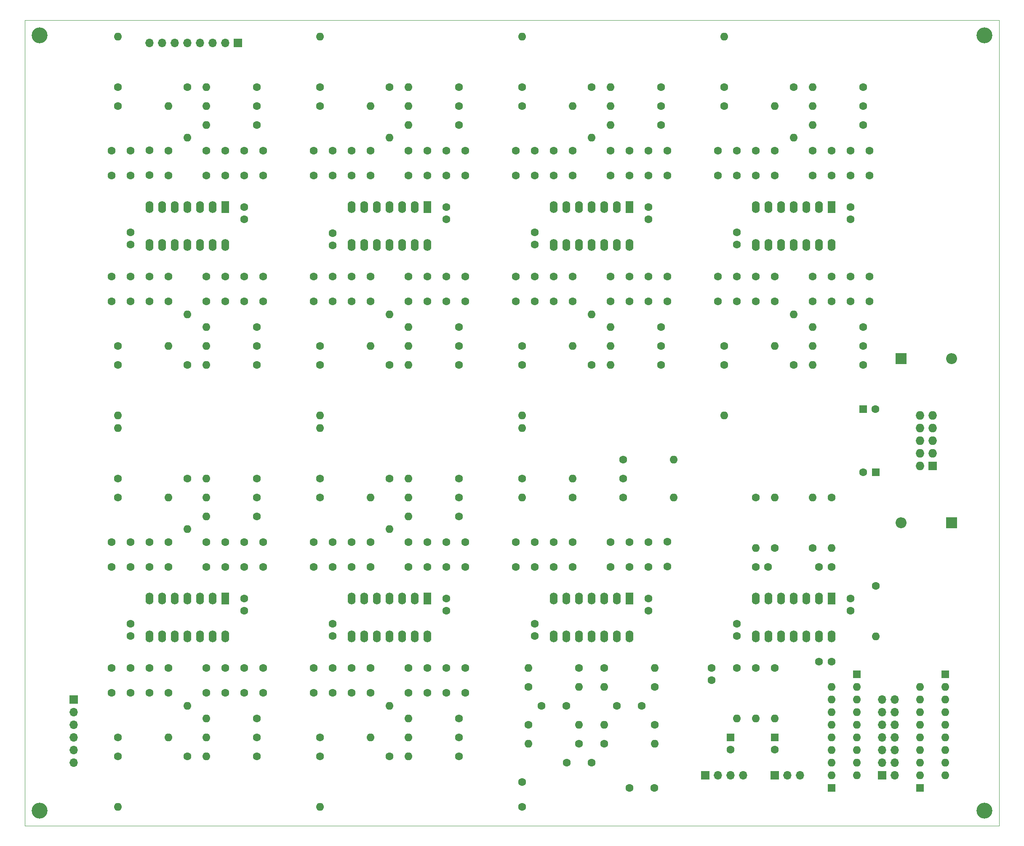
<source format=gbr>
%TF.GenerationSoftware,KiCad,Pcbnew,5.1.10-88a1d61d58~90~ubuntu20.04.1*%
%TF.CreationDate,2021-10-24T07:21:05-04:00*%
%TF.ProjectId,ysFFB,79734646-422e-46b6-9963-61645f706362,rev?*%
%TF.SameCoordinates,Original*%
%TF.FileFunction,Soldermask,Bot*%
%TF.FilePolarity,Negative*%
%FSLAX46Y46*%
G04 Gerber Fmt 4.6, Leading zero omitted, Abs format (unit mm)*
G04 Created by KiCad (PCBNEW 5.1.10-88a1d61d58~90~ubuntu20.04.1) date 2021-10-24 07:21:05*
%MOMM*%
%LPD*%
G01*
G04 APERTURE LIST*
%TA.AperFunction,Profile*%
%ADD10C,0.100000*%
%TD*%
%ADD11C,1.600000*%
%ADD12O,1.600000X1.600000*%
%ADD13O,1.727200X1.727200*%
%ADD14R,1.727200X1.727200*%
%ADD15O,1.600000X2.400000*%
%ADD16R,1.600000X2.400000*%
%ADD17O,1.700000X1.700000*%
%ADD18R,1.700000X1.700000*%
%ADD19R,1.600000X1.600000*%
%ADD20C,3.200000*%
%ADD21O,2.200000X2.200000*%
%ADD22R,2.200000X2.200000*%
G04 APERTURE END LIST*
D10*
X27400000Y-194000000D02*
X27400000Y-32000000D01*
X223400000Y-32000000D02*
X223400000Y-194000000D01*
X223400000Y-194000000D02*
X27400000Y-194000000D01*
X27400000Y-32000000D02*
X223400000Y-32000000D01*
D11*
%TO.C,C80*%
X178200000Y-88540000D03*
X178200000Y-83540000D03*
%TD*%
%TO.C,C10*%
X170580000Y-77150000D03*
X170580000Y-74650000D03*
%TD*%
%TO.C,C30*%
X56280000Y-58220000D03*
X56280000Y-63220000D03*
%TD*%
%TO.C,R64*%
X114700000Y-124180000D03*
D12*
X104540000Y-124180000D03*
%TD*%
D11*
%TO.C,R61*%
X86760000Y-176250000D03*
D12*
X96920000Y-176250000D03*
%TD*%
D11*
%TO.C,C78*%
X178200000Y-58220000D03*
X178200000Y-63220000D03*
%TD*%
%TO.C,C54*%
X108350000Y-58220000D03*
X108350000Y-63220000D03*
%TD*%
%TO.C,C83*%
X197250000Y-58220000D03*
X197250000Y-63220000D03*
%TD*%
%TO.C,C22*%
X187130000Y-161010000D03*
X189630000Y-161010000D03*
%TD*%
%TO.C,C50*%
X112160000Y-88540000D03*
X112160000Y-83540000D03*
%TD*%
%TO.C,C63*%
X133750000Y-88540000D03*
X133750000Y-83540000D03*
%TD*%
%TO.C,R66*%
X114700000Y-127990000D03*
D12*
X104540000Y-127990000D03*
%TD*%
D11*
%TO.C,C44*%
X89300000Y-88540000D03*
X89300000Y-83540000D03*
%TD*%
%TO.C,R78*%
X147720000Y-127990000D03*
D12*
X157880000Y-127990000D03*
%TD*%
D11*
%TO.C,C86*%
X189630000Y-58220000D03*
X189630000Y-63220000D03*
%TD*%
%TO.C,C91*%
X89300000Y-136960000D03*
X89300000Y-141960000D03*
%TD*%
%TO.C,C97*%
X112160000Y-136960000D03*
X112160000Y-141960000D03*
%TD*%
%TO.C,C130*%
X63900000Y-136960000D03*
X63900000Y-141960000D03*
%TD*%
%TO.C,R79*%
X154070000Y-173710000D03*
D12*
X143910000Y-173710000D03*
%TD*%
D13*
%TO.C,J1*%
X207410000Y-111480000D03*
X209950000Y-111480000D03*
X207410000Y-114020000D03*
X209950000Y-114020000D03*
X207410000Y-116560000D03*
X209950000Y-116560000D03*
X207410000Y-119100000D03*
X209950000Y-119100000D03*
X207410000Y-121640000D03*
D14*
X209950000Y-121640000D03*
%TD*%
D15*
%TO.C,U1*%
X67710000Y-77190000D03*
X52470000Y-69570000D03*
X65170000Y-77190000D03*
X55010000Y-69570000D03*
X62630000Y-77190000D03*
X57550000Y-69570000D03*
X60090000Y-77190000D03*
X60090000Y-69570000D03*
X57550000Y-77190000D03*
X62630000Y-69570000D03*
X55010000Y-77190000D03*
X65170000Y-69570000D03*
X52470000Y-77190000D03*
D16*
X67710000Y-69570000D03*
%TD*%
D11*
%TO.C,R49*%
X168040000Y-97510000D03*
D12*
X178200000Y-97510000D03*
%TD*%
D15*
%TO.C,U6*%
X67710000Y-155930000D03*
X52470000Y-148310000D03*
X65170000Y-155930000D03*
X55010000Y-148310000D03*
X62630000Y-155930000D03*
X57550000Y-148310000D03*
X60090000Y-155930000D03*
X60090000Y-148310000D03*
X57550000Y-155930000D03*
X62630000Y-148310000D03*
X55010000Y-155930000D03*
X65170000Y-148310000D03*
X52470000Y-155930000D03*
D16*
X67710000Y-148310000D03*
%TD*%
D11*
%TO.C,R37*%
X127400000Y-97510000D03*
D12*
X137560000Y-97510000D03*
%TD*%
D11*
%TO.C,C89*%
X85490000Y-136960000D03*
X85490000Y-141960000D03*
%TD*%
D17*
%TO.C,J2*%
X52470000Y-36550000D03*
X55010000Y-36550000D03*
X57550000Y-36550000D03*
X60090000Y-36550000D03*
X62630000Y-36550000D03*
X65170000Y-36550000D03*
X67710000Y-36550000D03*
D18*
X70250000Y-36550000D03*
%TD*%
D12*
%TO.C,RN2*%
X189630000Y-166090000D03*
X189630000Y-168630000D03*
X189630000Y-171170000D03*
X189630000Y-173710000D03*
X189630000Y-176250000D03*
X189630000Y-178790000D03*
X189630000Y-181330000D03*
X189630000Y-183870000D03*
D19*
X189630000Y-186410000D03*
%TD*%
D11*
%TO.C,C2*%
X71520000Y-72070000D03*
X71520000Y-69570000D03*
%TD*%
%TO.C,C118*%
X44850000Y-136960000D03*
X44850000Y-141960000D03*
%TD*%
%TO.C,C120*%
X48660000Y-136960000D03*
X48660000Y-141960000D03*
%TD*%
%TO.C,R23*%
X86760000Y-101320000D03*
D12*
X86760000Y-111480000D03*
%TD*%
D11*
%TO.C,C68*%
X156610000Y-88540000D03*
X156610000Y-83540000D03*
%TD*%
%TO.C,C17*%
X196020000Y-122910000D03*
D19*
X198520000Y-122910000D03*
%TD*%
D11*
%TO.C,R55*%
X195980000Y-97510000D03*
D12*
X185820000Y-97510000D03*
%TD*%
D11*
%TO.C,C48*%
X96920000Y-88540000D03*
X96920000Y-83540000D03*
%TD*%
%TO.C,R38*%
X141370000Y-45440000D03*
D12*
X141370000Y-55600000D03*
%TD*%
D11*
%TO.C,C125*%
X56280000Y-167280000D03*
X56280000Y-162280000D03*
%TD*%
%TO.C,R83*%
X46120000Y-124180000D03*
D12*
X46120000Y-114020000D03*
%TD*%
D11*
%TO.C,R43*%
X155340000Y-97510000D03*
D12*
X145180000Y-97510000D03*
%TD*%
D11*
%TO.C,R44*%
X155340000Y-53060000D03*
D12*
X145180000Y-53060000D03*
%TD*%
D11*
%TO.C,R6*%
X185820000Y-138150000D03*
D12*
X185820000Y-127990000D03*
%TD*%
D20*
%TO.C,H2*%
X220400000Y-35000000D03*
%TD*%
D11*
%TO.C,C51*%
X115970000Y-58220000D03*
X115970000Y-63220000D03*
%TD*%
D15*
%TO.C,U2*%
X108350000Y-77190000D03*
X93110000Y-69570000D03*
X105810000Y-77190000D03*
X95650000Y-69570000D03*
X103270000Y-77190000D03*
X98190000Y-69570000D03*
X100730000Y-77190000D03*
X100730000Y-69570000D03*
X98190000Y-77190000D03*
X103270000Y-69570000D03*
X95650000Y-77190000D03*
X105810000Y-69570000D03*
X93110000Y-77190000D03*
D16*
X108350000Y-69570000D03*
%TD*%
D15*
%TO.C,U3*%
X148990000Y-77190000D03*
X133750000Y-69570000D03*
X146450000Y-77190000D03*
X136290000Y-69570000D03*
X143910000Y-77190000D03*
X138830000Y-69570000D03*
X141370000Y-77190000D03*
X141370000Y-69570000D03*
X138830000Y-77190000D03*
X143910000Y-69570000D03*
X136290000Y-77190000D03*
X146450000Y-69570000D03*
X133750000Y-77190000D03*
D16*
X148990000Y-69570000D03*
%TD*%
D11*
%TO.C,C58*%
X126130000Y-88540000D03*
X126130000Y-83540000D03*
%TD*%
%TO.C,C36*%
X75330000Y-88540000D03*
X75330000Y-83540000D03*
%TD*%
%TO.C,R87*%
X60090000Y-124180000D03*
D12*
X60090000Y-134340000D03*
%TD*%
D11*
%TO.C,R91*%
X74060000Y-127990000D03*
D12*
X63900000Y-127990000D03*
%TD*%
D11*
%TO.C,C16*%
X198480000Y-110210000D03*
D19*
X195980000Y-110210000D03*
%TD*%
D11*
%TO.C,C101*%
X104540000Y-136960000D03*
X104540000Y-141960000D03*
%TD*%
%TO.C,R1*%
X174390000Y-162280000D03*
D12*
X174390000Y-172440000D03*
%TD*%
D11*
%TO.C,C111*%
X136370000Y-181330000D03*
X141370000Y-181330000D03*
%TD*%
%TO.C,R27*%
X100730000Y-101320000D03*
D12*
X100730000Y-91160000D03*
%TD*%
D11*
%TO.C,R72*%
X137560000Y-127990000D03*
D12*
X127400000Y-127990000D03*
%TD*%
D11*
%TO.C,R58*%
X86760000Y-124180000D03*
D12*
X86760000Y-114020000D03*
%TD*%
D11*
%TO.C,R90*%
X74060000Y-180060000D03*
D12*
X63900000Y-180060000D03*
%TD*%
D11*
%TO.C,C31*%
X52470000Y-88540000D03*
X52470000Y-83540000D03*
%TD*%
%TO.C,C5*%
X89300000Y-77325000D03*
X89300000Y-74825000D03*
%TD*%
%TO.C,C122*%
X52470000Y-136960000D03*
X52470000Y-141960000D03*
%TD*%
%TO.C,C28*%
X48660000Y-88540000D03*
X48660000Y-83540000D03*
%TD*%
D20*
%TO.C,H4*%
X220400000Y-191000000D03*
%TD*%
D11*
%TO.C,C75*%
X170580000Y-58220000D03*
X170580000Y-63220000D03*
%TD*%
%TO.C,C59*%
X129940000Y-58220000D03*
X129940000Y-63220000D03*
%TD*%
%TO.C,R34*%
X127400000Y-45440000D03*
D12*
X127400000Y-35280000D03*
%TD*%
D11*
%TO.C,R42*%
X155340000Y-49250000D03*
D12*
X145180000Y-49250000D03*
%TD*%
D11*
%TO.C,C40*%
X67710000Y-88540000D03*
X67710000Y-83540000D03*
%TD*%
%TO.C,C25*%
X44850000Y-58220000D03*
X44850000Y-63220000D03*
%TD*%
%TO.C,C132*%
X63900000Y-167280000D03*
X63900000Y-162280000D03*
%TD*%
%TO.C,R41*%
X155340000Y-101320000D03*
D12*
X145180000Y-101320000D03*
%TD*%
D11*
%TO.C,R93*%
X74060000Y-131800000D03*
D12*
X63900000Y-131800000D03*
%TD*%
D11*
%TO.C,C96*%
X96920000Y-167280000D03*
X96920000Y-162280000D03*
%TD*%
%TO.C,C55*%
X104540000Y-88540000D03*
X104540000Y-83540000D03*
%TD*%
%TO.C,R36*%
X127400000Y-49250000D03*
D12*
X137560000Y-49250000D03*
%TD*%
D11*
%TO.C,C131*%
X67710000Y-136960000D03*
X67710000Y-141960000D03*
%TD*%
%TO.C,C18*%
X89300000Y-155890000D03*
X89300000Y-153390000D03*
%TD*%
D12*
%TO.C,RN1*%
X207410000Y-166090000D03*
X207410000Y-168630000D03*
X207410000Y-171170000D03*
X207410000Y-173710000D03*
X207410000Y-176250000D03*
X207410000Y-178790000D03*
X207410000Y-181330000D03*
X207410000Y-183870000D03*
D19*
X207410000Y-186410000D03*
%TD*%
D11*
%TO.C,R48*%
X168040000Y-49250000D03*
D12*
X178200000Y-49250000D03*
%TD*%
D11*
%TO.C,C113*%
X156610000Y-136880000D03*
X156610000Y-141880000D03*
%TD*%
%TO.C,R50*%
X182010000Y-45440000D03*
D12*
X182010000Y-55600000D03*
%TD*%
D11*
%TO.C,R5*%
X178200000Y-138150000D03*
D12*
X178200000Y-127990000D03*
%TD*%
D11*
%TO.C,C110*%
X137560000Y-136960000D03*
X137560000Y-141960000D03*
%TD*%
%TO.C,C106*%
X126130000Y-136960000D03*
X126130000Y-141960000D03*
%TD*%
%TO.C,C112*%
X152800000Y-136960000D03*
X152800000Y-141960000D03*
%TD*%
%TO.C,C93*%
X93110000Y-136960000D03*
X93110000Y-141960000D03*
%TD*%
%TO.C,C8*%
X152800000Y-72070000D03*
X152800000Y-69570000D03*
%TD*%
D15*
%TO.C,U4*%
X189630000Y-155930000D03*
X174390000Y-148310000D03*
X187090000Y-155930000D03*
X176930000Y-148310000D03*
X184550000Y-155930000D03*
X179470000Y-148310000D03*
X182010000Y-155930000D03*
X182010000Y-148310000D03*
X179470000Y-155930000D03*
X184550000Y-148310000D03*
X176930000Y-155930000D03*
X187090000Y-148310000D03*
X174390000Y-155930000D03*
D16*
X189630000Y-148310000D03*
%TD*%
D11*
%TO.C,R71*%
X138830000Y-177520000D03*
D12*
X128670000Y-177520000D03*
%TD*%
D11*
%TO.C,C115*%
X151450000Y-169900000D03*
X146450000Y-169900000D03*
%TD*%
%TO.C,R85*%
X46120000Y-127990000D03*
D12*
X56280000Y-127990000D03*
%TD*%
D11*
%TO.C,C107*%
X129940000Y-136960000D03*
X129940000Y-141960000D03*
%TD*%
%TO.C,C108*%
X133750000Y-136960000D03*
X133750000Y-141960000D03*
%TD*%
%TO.C,R65*%
X114700000Y-180060000D03*
D12*
X104540000Y-180060000D03*
%TD*%
D11*
%TO.C,C67*%
X156610000Y-58220000D03*
X156610000Y-63220000D03*
%TD*%
%TO.C,C119*%
X44850000Y-167280000D03*
X44850000Y-162280000D03*
%TD*%
%TO.C,C56*%
X108350000Y-88540000D03*
X108350000Y-83540000D03*
%TD*%
%TO.C,R31*%
X114700000Y-97510000D03*
D12*
X104540000Y-97510000D03*
%TD*%
D11*
%TO.C,C95*%
X93110000Y-167280000D03*
X93110000Y-162280000D03*
%TD*%
%TO.C,C77*%
X174390000Y-58220000D03*
X174390000Y-63220000D03*
%TD*%
%TO.C,C84*%
X197250000Y-88540000D03*
X197250000Y-83540000D03*
%TD*%
%TO.C,C65*%
X152800000Y-58220000D03*
X152800000Y-63220000D03*
%TD*%
%TO.C,R40*%
X155340000Y-45440000D03*
D12*
X145180000Y-45440000D03*
%TD*%
D11*
%TO.C,R62*%
X100730000Y-124180000D03*
D12*
X100730000Y-134340000D03*
%TD*%
D11*
%TO.C,R67*%
X114700000Y-176250000D03*
D12*
X104540000Y-176250000D03*
%TD*%
D11*
%TO.C,C42*%
X85490000Y-88540000D03*
X85490000Y-83540000D03*
%TD*%
%TO.C,C15*%
X193440000Y-150810000D03*
X193440000Y-148310000D03*
%TD*%
%TO.C,C41*%
X85490000Y-58220000D03*
X85490000Y-63220000D03*
%TD*%
%TO.C,C6*%
X112160000Y-72070000D03*
X112160000Y-69570000D03*
%TD*%
%TO.C,R32*%
X114700000Y-53060000D03*
D12*
X104540000Y-53060000D03*
%TD*%
D11*
%TO.C,R52*%
X195980000Y-45440000D03*
D12*
X185820000Y-45440000D03*
%TD*%
D11*
%TO.C,R9*%
X189630000Y-127990000D03*
D12*
X189630000Y-138150000D03*
%TD*%
D11*
%TO.C,C39*%
X63900000Y-88540000D03*
X63900000Y-83540000D03*
%TD*%
%TO.C,R84*%
X46120000Y-180060000D03*
D12*
X46120000Y-190220000D03*
%TD*%
D11*
%TO.C,R20*%
X74060000Y-53060000D03*
D12*
X63900000Y-53060000D03*
%TD*%
D11*
%TO.C,C47*%
X93110000Y-88540000D03*
X93110000Y-83540000D03*
%TD*%
%TO.C,C7*%
X129940000Y-77150000D03*
X129940000Y-74650000D03*
%TD*%
%TO.C,C46*%
X96920000Y-58220000D03*
X96920000Y-63220000D03*
%TD*%
%TO.C,C12*%
X48660000Y-155890000D03*
X48660000Y-153390000D03*
%TD*%
%TO.C,C13*%
X71520000Y-150810000D03*
X71520000Y-148310000D03*
%TD*%
%TO.C,R51*%
X182010000Y-101320000D03*
D12*
X182010000Y-91160000D03*
%TD*%
D11*
%TO.C,C116*%
X148990000Y-136960000D03*
X148990000Y-141960000D03*
%TD*%
%TO.C,R56*%
X195980000Y-53060000D03*
D12*
X185820000Y-53060000D03*
%TD*%
%TO.C,RN3*%
X212490000Y-183870000D03*
X212490000Y-181330000D03*
X212490000Y-178790000D03*
X212490000Y-176250000D03*
X212490000Y-173710000D03*
X212490000Y-171170000D03*
X212490000Y-168630000D03*
X212490000Y-166090000D03*
D19*
X212490000Y-163550000D03*
%TD*%
D11*
%TO.C,R8*%
X174390000Y-127990000D03*
D12*
X174390000Y-138150000D03*
%TD*%
D11*
%TO.C,C73*%
X166770000Y-58220000D03*
X166770000Y-63220000D03*
%TD*%
%TO.C,C34*%
X71520000Y-88540000D03*
X71520000Y-83540000D03*
%TD*%
%TO.C,C37*%
X63900000Y-58220000D03*
X63900000Y-63220000D03*
%TD*%
%TO.C,R7*%
X198520000Y-145770000D03*
D12*
X198520000Y-155930000D03*
%TD*%
D11*
%TO.C,R86*%
X46120000Y-176250000D03*
D12*
X56280000Y-176250000D03*
%TD*%
D11*
%TO.C,C88*%
X189630000Y-88540000D03*
X189630000Y-83540000D03*
%TD*%
%TO.C,C72*%
X148990000Y-88540000D03*
X148990000Y-83540000D03*
%TD*%
%TO.C,C121*%
X48660000Y-167280000D03*
X48660000Y-162280000D03*
%TD*%
%TO.C,R3*%
X170580000Y-162280000D03*
D12*
X170580000Y-172440000D03*
%TD*%
D11*
%TO.C,R2*%
X178200000Y-162280000D03*
D12*
X178200000Y-172440000D03*
%TD*%
D11*
%TO.C,C29*%
X52470000Y-58140000D03*
X52470000Y-63140000D03*
%TD*%
%TO.C,R46*%
X168040000Y-45440000D03*
D12*
X168040000Y-35280000D03*
%TD*%
D11*
%TO.C,R47*%
X168040000Y-101320000D03*
D12*
X168040000Y-111480000D03*
%TD*%
D20*
%TO.C,H1*%
X30400000Y-35000000D03*
%TD*%
D11*
%TO.C,R69*%
X114700000Y-172440000D03*
D12*
X104540000Y-172440000D03*
%TD*%
D17*
%TO.C,J5*%
X202330000Y-168630000D03*
X199790000Y-168630000D03*
X202330000Y-171170000D03*
X199790000Y-171170000D03*
X202330000Y-173710000D03*
X199790000Y-173710000D03*
X202330000Y-176250000D03*
X199790000Y-176250000D03*
X202330000Y-178790000D03*
X199790000Y-178790000D03*
X202330000Y-181330000D03*
X199790000Y-181330000D03*
X202330000Y-183870000D03*
D18*
X199790000Y-183870000D03*
%TD*%
D11*
%TO.C,C38*%
X67710000Y-58220000D03*
X67710000Y-63220000D03*
%TD*%
%TO.C,R33*%
X114700000Y-93700000D03*
D12*
X104540000Y-93700000D03*
%TD*%
D11*
%TO.C,C94*%
X96920000Y-136960000D03*
X96920000Y-141960000D03*
%TD*%
%TO.C,C109*%
X131290000Y-169900000D03*
X136290000Y-169900000D03*
%TD*%
%TO.C,R88*%
X60090000Y-180060000D03*
D12*
X60090000Y-169900000D03*
%TD*%
D11*
%TO.C,C81*%
X193440000Y-58220000D03*
X193440000Y-63220000D03*
%TD*%
%TO.C,R28*%
X114700000Y-45440000D03*
D12*
X104540000Y-45440000D03*
%TD*%
D11*
%TO.C,R81*%
X154070000Y-166090000D03*
D12*
X143910000Y-166090000D03*
%TD*%
D11*
%TO.C,C14*%
X170580000Y-155890000D03*
X170580000Y-153390000D03*
%TD*%
%TO.C,C43*%
X89300000Y-58220000D03*
X89300000Y-63220000D03*
%TD*%
%TO.C,C100*%
X115970000Y-167280000D03*
X115970000Y-162280000D03*
%TD*%
%TO.C,R92*%
X74060000Y-176250000D03*
D12*
X63900000Y-176250000D03*
%TD*%
D11*
%TO.C,C90*%
X85490000Y-167280000D03*
X85490000Y-162280000D03*
%TD*%
%TO.C,R21*%
X74060000Y-93700000D03*
D12*
X63900000Y-93700000D03*
%TD*%
D11*
%TO.C,R89*%
X74060000Y-124180000D03*
D12*
X63900000Y-124180000D03*
%TD*%
D11*
%TO.C,C21*%
X152800000Y-150810000D03*
X152800000Y-148310000D03*
%TD*%
%TO.C,R11*%
X46120000Y-101320000D03*
D12*
X46120000Y-111480000D03*
%TD*%
D11*
%TO.C,R19*%
X74060000Y-97510000D03*
D12*
X63900000Y-97510000D03*
%TD*%
D20*
%TO.C,H3*%
X30400000Y-191000000D03*
%TD*%
D11*
%TO.C,C45*%
X93110000Y-58220000D03*
X93110000Y-63220000D03*
%TD*%
%TO.C,C49*%
X112160000Y-58220000D03*
X112160000Y-63220000D03*
%TD*%
%TO.C,C126*%
X71520000Y-136960000D03*
X71520000Y-141960000D03*
%TD*%
%TO.C,R39*%
X141370000Y-101320000D03*
D12*
X141370000Y-91160000D03*
%TD*%
D11*
%TO.C,C53*%
X104540000Y-58220000D03*
X104540000Y-63220000D03*
%TD*%
%TO.C,R29*%
X114700000Y-101320000D03*
D12*
X104540000Y-101320000D03*
%TD*%
%TO.C,RN4*%
X194710000Y-183870000D03*
X194710000Y-181330000D03*
X194710000Y-178790000D03*
X194710000Y-176250000D03*
X194710000Y-173710000D03*
X194710000Y-171170000D03*
X194710000Y-168630000D03*
X194710000Y-166090000D03*
D19*
X194710000Y-163550000D03*
%TD*%
D11*
%TO.C,C85*%
X185820000Y-58220000D03*
X185820000Y-63220000D03*
%TD*%
%TO.C,C64*%
X137560000Y-88540000D03*
X137560000Y-83540000D03*
%TD*%
%TO.C,C71*%
X145180000Y-88540000D03*
X145180000Y-83540000D03*
%TD*%
%TO.C,R57*%
X195980000Y-93700000D03*
D12*
X185820000Y-93700000D03*
%TD*%
D11*
%TO.C,R59*%
X86760000Y-180060000D03*
D12*
X86760000Y-190220000D03*
%TD*%
D11*
%TO.C,R60*%
X86760000Y-127990000D03*
D12*
X96920000Y-127990000D03*
%TD*%
D11*
%TO.C,C114*%
X145180000Y-136960000D03*
X145180000Y-141960000D03*
%TD*%
%TO.C,C103*%
X104540000Y-167280000D03*
X104540000Y-162280000D03*
%TD*%
D15*
%TO.C,U7*%
X108350000Y-155930000D03*
X93110000Y-148310000D03*
X105810000Y-155930000D03*
X95650000Y-148310000D03*
X103270000Y-155930000D03*
X98190000Y-148310000D03*
X100730000Y-155930000D03*
X100730000Y-148310000D03*
X98190000Y-155930000D03*
X103270000Y-148310000D03*
X95650000Y-155930000D03*
X105810000Y-148310000D03*
X93110000Y-155930000D03*
D16*
X108350000Y-148310000D03*
%TD*%
D11*
%TO.C,R53*%
X195980000Y-101320000D03*
D12*
X185820000Y-101320000D03*
%TD*%
D11*
%TO.C,R75*%
X128670000Y-166090000D03*
D12*
X138830000Y-166090000D03*
%TD*%
D11*
%TO.C,R35*%
X127400000Y-101320000D03*
D12*
X127400000Y-111480000D03*
%TD*%
D11*
%TO.C,C98*%
X112160000Y-167280000D03*
X112160000Y-162280000D03*
%TD*%
%TO.C,C105*%
X127400000Y-190220000D03*
X127400000Y-185220000D03*
%TD*%
%TO.C,C4*%
X178200000Y-178750000D03*
D19*
X178200000Y-176250000D03*
%TD*%
D11*
%TO.C,R17*%
X74060000Y-101320000D03*
D12*
X63900000Y-101320000D03*
%TD*%
D11*
%TO.C,R74*%
X138830000Y-162280000D03*
D12*
X128670000Y-162280000D03*
%TD*%
D11*
%TO.C,C57*%
X126130000Y-58220000D03*
X126130000Y-63220000D03*
%TD*%
%TO.C,C66*%
X152800000Y-88540000D03*
X152800000Y-83540000D03*
%TD*%
%TO.C,C62*%
X137560000Y-58220000D03*
X137560000Y-63220000D03*
%TD*%
%TO.C,C128*%
X75330000Y-136960000D03*
X75330000Y-141960000D03*
%TD*%
%TO.C,C61*%
X133750000Y-58220000D03*
X133750000Y-63220000D03*
%TD*%
%TO.C,C127*%
X71520000Y-167280000D03*
X71520000Y-162280000D03*
%TD*%
%TO.C,R25*%
X86760000Y-97510000D03*
D12*
X96920000Y-97510000D03*
%TD*%
D11*
%TO.C,R26*%
X100730000Y-45440000D03*
D12*
X100730000Y-55600000D03*
%TD*%
D11*
%TO.C,C23*%
X176890000Y-141960000D03*
X174390000Y-141960000D03*
%TD*%
%TO.C,R76*%
X147720000Y-124180000D03*
D12*
X137560000Y-124180000D03*
%TD*%
D11*
%TO.C,R24*%
X86760000Y-49250000D03*
D12*
X96920000Y-49250000D03*
%TD*%
D11*
%TO.C,C26*%
X44850000Y-88540000D03*
X44850000Y-83540000D03*
%TD*%
%TO.C,R18*%
X74060000Y-49250000D03*
D12*
X63900000Y-49250000D03*
%TD*%
D11*
%TO.C,R68*%
X114700000Y-131800000D03*
D12*
X104540000Y-131800000D03*
%TD*%
D11*
%TO.C,R77*%
X143910000Y-177520000D03*
D12*
X154070000Y-177520000D03*
%TD*%
D11*
%TO.C,C3*%
X169310000Y-178750000D03*
D19*
X169310000Y-176250000D03*
%TD*%
D11*
%TO.C,C24*%
X187130000Y-141960000D03*
X189630000Y-141960000D03*
%TD*%
%TO.C,C9*%
X165500000Y-164780000D03*
X165500000Y-162280000D03*
%TD*%
%TO.C,R22*%
X86760000Y-45440000D03*
D12*
X86760000Y-35280000D03*
%TD*%
D11*
%TO.C,R70*%
X127400000Y-124180000D03*
D12*
X127400000Y-114020000D03*
%TD*%
D11*
%TO.C,C19*%
X112160000Y-150810000D03*
X112160000Y-148310000D03*
%TD*%
%TO.C,R94*%
X74060000Y-172440000D03*
D12*
X63900000Y-172440000D03*
%TD*%
D15*
%TO.C,U8*%
X148990000Y-155930000D03*
X133750000Y-148310000D03*
X146450000Y-155930000D03*
X136290000Y-148310000D03*
X143910000Y-155930000D03*
X138830000Y-148310000D03*
X141370000Y-155930000D03*
X141370000Y-148310000D03*
X138830000Y-155930000D03*
X143910000Y-148310000D03*
X136290000Y-155930000D03*
X146450000Y-148310000D03*
X133750000Y-155930000D03*
D16*
X148990000Y-148310000D03*
%TD*%
D11*
%TO.C,C1*%
X48660000Y-77150000D03*
X48660000Y-74650000D03*
%TD*%
%TO.C,R82*%
X147720000Y-120370000D03*
D12*
X157880000Y-120370000D03*
%TD*%
D11*
%TO.C,C124*%
X52470000Y-167280000D03*
X52470000Y-162280000D03*
%TD*%
%TO.C,C123*%
X56280000Y-136960000D03*
X56280000Y-141960000D03*
%TD*%
%TO.C,R30*%
X114700000Y-49250000D03*
D12*
X104540000Y-49250000D03*
%TD*%
D11*
%TO.C,C74*%
X166770000Y-88540000D03*
X166770000Y-83540000D03*
%TD*%
D17*
%TO.C,J6*%
X183280000Y-183870000D03*
X180740000Y-183870000D03*
D18*
X178200000Y-183870000D03*
%TD*%
D17*
%TO.C,J3*%
X37230000Y-181330000D03*
X37230000Y-178790000D03*
X37230000Y-176250000D03*
X37230000Y-173710000D03*
X37230000Y-171170000D03*
D18*
X37230000Y-168630000D03*
%TD*%
D17*
%TO.C,J4*%
X171850000Y-183870000D03*
X169310000Y-183870000D03*
X166770000Y-183870000D03*
D18*
X164230000Y-183870000D03*
%TD*%
D11*
%TO.C,C32*%
X56280000Y-88540000D03*
X56280000Y-83540000D03*
%TD*%
D21*
%TO.C,D1*%
X213760000Y-100050000D03*
D22*
X203600000Y-100050000D03*
%TD*%
D11*
%TO.C,C129*%
X75330000Y-167280000D03*
X75330000Y-162280000D03*
%TD*%
%TO.C,R16*%
X74060000Y-45440000D03*
D12*
X63900000Y-45440000D03*
%TD*%
D11*
%TO.C,C60*%
X129940000Y-88540000D03*
X129940000Y-83540000D03*
%TD*%
%TO.C,R14*%
X60090000Y-45440000D03*
D12*
X60090000Y-55600000D03*
%TD*%
D11*
%TO.C,C82*%
X193440000Y-88540000D03*
X193440000Y-83540000D03*
%TD*%
%TO.C,C133*%
X67710000Y-167280000D03*
X67710000Y-162280000D03*
%TD*%
%TO.C,C102*%
X108350000Y-136960000D03*
X108350000Y-141960000D03*
%TD*%
%TO.C,C52*%
X115970000Y-88540000D03*
X115970000Y-83540000D03*
%TD*%
%TO.C,C76*%
X170580000Y-88540000D03*
X170580000Y-83540000D03*
%TD*%
%TO.C,R80*%
X143910000Y-162280000D03*
D12*
X154070000Y-162280000D03*
%TD*%
D11*
%TO.C,R63*%
X100730000Y-180060000D03*
D12*
X100730000Y-169900000D03*
%TD*%
D15*
%TO.C,U5*%
X189630000Y-77190000D03*
X174390000Y-69570000D03*
X187090000Y-77190000D03*
X176930000Y-69570000D03*
X184550000Y-77190000D03*
X179470000Y-69570000D03*
X182010000Y-77190000D03*
X182010000Y-69570000D03*
X179470000Y-77190000D03*
X184550000Y-69570000D03*
X176930000Y-77190000D03*
X187090000Y-69570000D03*
X174390000Y-77190000D03*
D16*
X189630000Y-69570000D03*
%TD*%
D11*
%TO.C,R12*%
X46120000Y-49250000D03*
D12*
X56280000Y-49250000D03*
%TD*%
D11*
%TO.C,C92*%
X89300000Y-167280000D03*
X89300000Y-162280000D03*
%TD*%
%TO.C,C33*%
X71520000Y-58220000D03*
X71520000Y-63220000D03*
%TD*%
D21*
%TO.C,D2*%
X203600000Y-133070000D03*
D22*
X213760000Y-133070000D03*
%TD*%
D11*
%TO.C,R45*%
X155340000Y-93700000D03*
D12*
X145180000Y-93700000D03*
%TD*%
D11*
%TO.C,R10*%
X46120000Y-45440000D03*
D12*
X46120000Y-35280000D03*
%TD*%
D11*
%TO.C,C27*%
X48660000Y-58220000D03*
X48660000Y-63220000D03*
%TD*%
%TO.C,C35*%
X75330000Y-58220000D03*
X75330000Y-63220000D03*
%TD*%
%TO.C,R13*%
X46120000Y-97510000D03*
D12*
X56280000Y-97510000D03*
%TD*%
D11*
%TO.C,R73*%
X128670000Y-173710000D03*
D12*
X138830000Y-173710000D03*
%TD*%
D11*
%TO.C,R15*%
X60090000Y-101320000D03*
D12*
X60090000Y-91160000D03*
%TD*%
D11*
%TO.C,C69*%
X145180000Y-58220000D03*
X145180000Y-63220000D03*
%TD*%
%TO.C,C70*%
X148990000Y-58220000D03*
X148990000Y-63220000D03*
%TD*%
%TO.C,C79*%
X174390000Y-88540000D03*
X174390000Y-83540000D03*
%TD*%
%TO.C,R54*%
X195980000Y-49250000D03*
D12*
X185820000Y-49250000D03*
%TD*%
D11*
%TO.C,C11*%
X193440000Y-72070000D03*
X193440000Y-69570000D03*
%TD*%
%TO.C,C99*%
X115970000Y-136960000D03*
X115970000Y-141960000D03*
%TD*%
%TO.C,C104*%
X108350000Y-167280000D03*
X108350000Y-162280000D03*
%TD*%
%TO.C,C117*%
X153990000Y-186410000D03*
X148990000Y-186410000D03*
%TD*%
%TO.C,C20*%
X129940000Y-155890000D03*
X129940000Y-153390000D03*
%TD*%
%TO.C,C87*%
X185820000Y-88540000D03*
X185820000Y-83540000D03*
%TD*%
M02*

</source>
